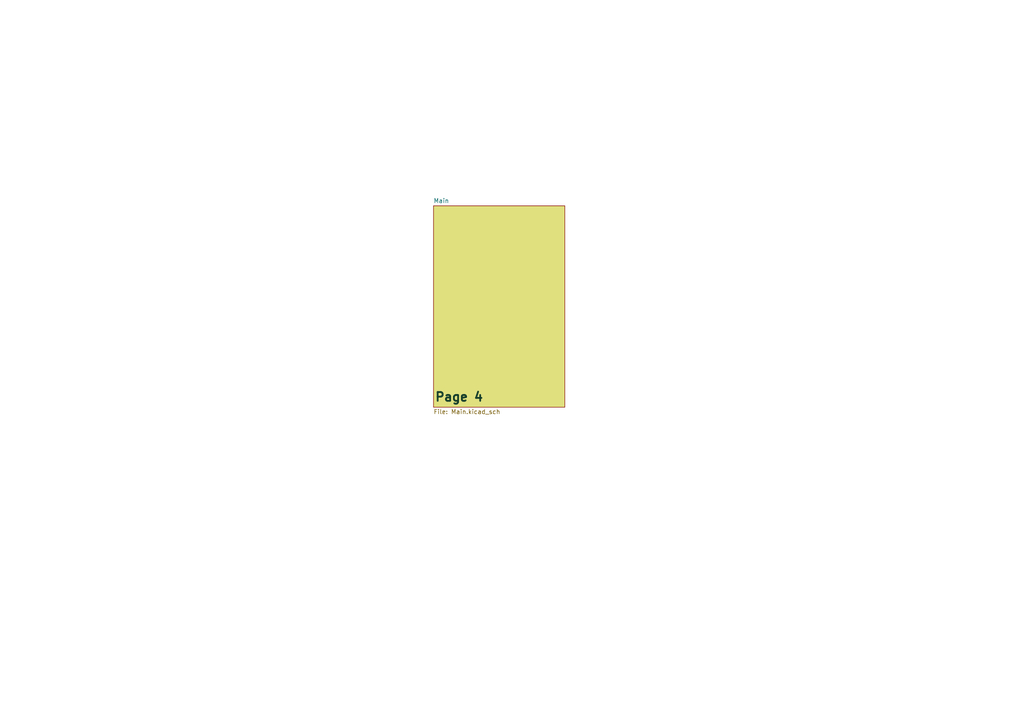
<source format=kicad_sch>
(kicad_sch
	(version 20250114)
	(generator "eeschema")
	(generator_version "9.0")
	(uuid "d5742f03-3b1a-42e5-a384-018bd4b919aa")
	(paper "A4")
	(title_block
		(title "Power-Management")
		(date "2025-07-13")
		(rev "${REVISION}")
		(company "${COMPANY}")
	)
	(lib_symbols)
	(text "Page 4"
		(exclude_from_sim no)
		(at 140.335 116.84 0)
		(effects
			(font
				(size 2.54 2.54)
				(bold yes)
				(color 20 60 40 1)
			)
			(justify right bottom)
			(href "#4")
		)
		(uuid "edcfc842-3b0d-4b1a-9bde-92f723be0a77")
	)
	(sheet
		(at 125.73 59.69)
		(size 38.1 58.42)
		(exclude_from_sim no)
		(in_bom yes)
		(on_board yes)
		(dnp no)
		(fields_autoplaced yes)
		(stroke
			(width 0.1524)
			(type solid)
		)
		(fill
			(color 194 194 0 0.5000)
		)
		(uuid "82af773f-8c39-43b9-baa2-3658da6c8bb2")
		(property "Sheetname" "Main"
			(at 125.73 58.9784 0)
			(effects
				(font
					(size 1.27 1.27)
				)
				(justify left bottom)
			)
		)
		(property "Sheetfile" "Main.kicad_sch"
			(at 125.73 118.6946 0)
			(effects
				(font
					(size 1.27 1.27)
				)
				(justify left top)
			)
		)
		(instances
			(project ""
				(path "/c5103ceb-5325-4a84-a025-9638a412984e"
					(page "#")
				)
			)
			(project "ZSWatch-Dock"
				(path "/d5742f03-3b1a-42e5-a384-018bd4b919aa/c5103ceb-5325-4a84-a025-9638a412984e"
					(page "4")
				)
			)
		)
	)
)

</source>
